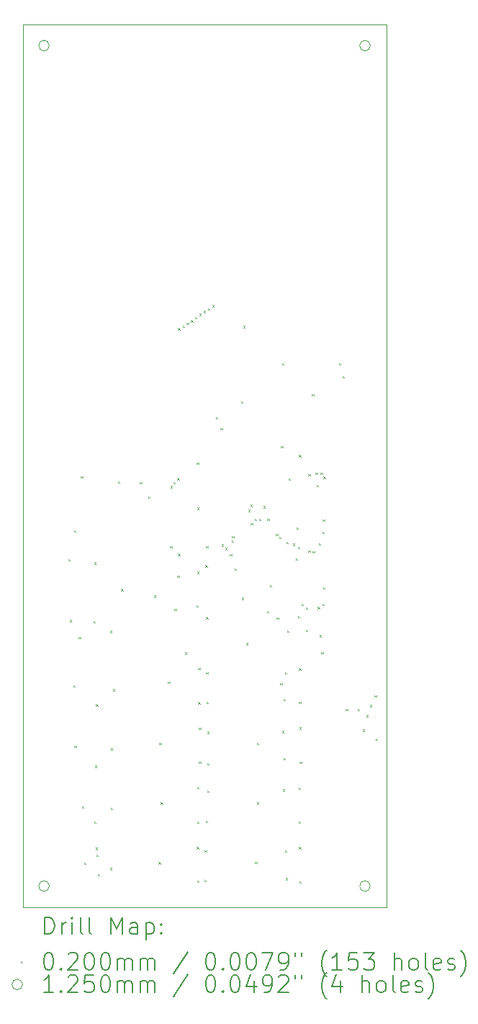
<source format=gbr>
%TF.GenerationSoftware,KiCad,Pcbnew,9.0.2-9.0.2-0~ubuntu25.04.1*%
%TF.CreationDate,2025-05-27T06:33:51+10:00*%
%TF.ProjectId,front_board,66726f6e-745f-4626-9f61-72642e6b6963,rev?*%
%TF.SameCoordinates,Original*%
%TF.FileFunction,Drillmap*%
%TF.FilePolarity,Positive*%
%FSLAX45Y45*%
G04 Gerber Fmt 4.5, Leading zero omitted, Abs format (unit mm)*
G04 Created by KiCad (PCBNEW 9.0.2-9.0.2-0~ubuntu25.04.1) date 2025-05-27 06:33:51*
%MOMM*%
%LPD*%
G01*
G04 APERTURE LIST*
%ADD10C,0.050000*%
%ADD11C,0.200000*%
%ADD12C,0.100000*%
%ADD13C,0.125000*%
G04 APERTURE END LIST*
D10*
X5887500Y-4620000D02*
X10162500Y-4620000D01*
X10162500Y-14995000D01*
X5887500Y-14995000D01*
X5887500Y-4620000D01*
D11*
D12*
X6420000Y-10905000D02*
X6440000Y-10925000D01*
X6440000Y-10905000D02*
X6420000Y-10925000D01*
X6440000Y-11620000D02*
X6460000Y-11640000D01*
X6460000Y-11620000D02*
X6440000Y-11640000D01*
X6480000Y-12385000D02*
X6500000Y-12405000D01*
X6500000Y-12385000D02*
X6480000Y-12405000D01*
X6490000Y-10565000D02*
X6510000Y-10585000D01*
X6510000Y-10565000D02*
X6490000Y-10585000D01*
X6495000Y-13095000D02*
X6515000Y-13115000D01*
X6515000Y-13095000D02*
X6495000Y-13115000D01*
X6545000Y-11815000D02*
X6565000Y-11835000D01*
X6565000Y-11815000D02*
X6545000Y-11835000D01*
X6570000Y-9930000D02*
X6590000Y-9950000D01*
X6590000Y-9930000D02*
X6570000Y-9950000D01*
X6585000Y-13805000D02*
X6605000Y-13825000D01*
X6605000Y-13805000D02*
X6585000Y-13825000D01*
X6610000Y-14470000D02*
X6630000Y-14490000D01*
X6630000Y-14470000D02*
X6610000Y-14490000D01*
X6720000Y-11630000D02*
X6740000Y-11650000D01*
X6740000Y-11630000D02*
X6720000Y-11650000D01*
X6730000Y-10940000D02*
X6750000Y-10960000D01*
X6750000Y-10940000D02*
X6730000Y-10960000D01*
X6730000Y-13985000D02*
X6750000Y-14005000D01*
X6750000Y-13985000D02*
X6730000Y-14005000D01*
X6735000Y-13330000D02*
X6755000Y-13350000D01*
X6755000Y-13330000D02*
X6735000Y-13350000D01*
X6745000Y-14295000D02*
X6765000Y-14315000D01*
X6765000Y-14295000D02*
X6745000Y-14315000D01*
X6750000Y-12610000D02*
X6770000Y-12630000D01*
X6770000Y-12610000D02*
X6750000Y-12630000D01*
X6755000Y-14375000D02*
X6775000Y-14395000D01*
X6775000Y-14375000D02*
X6755000Y-14395000D01*
X6770000Y-14605000D02*
X6790000Y-14625000D01*
X6790000Y-14605000D02*
X6770000Y-14625000D01*
X6915000Y-11745000D02*
X6935000Y-11765000D01*
X6935000Y-11745000D02*
X6915000Y-11765000D01*
X6915000Y-14530000D02*
X6935000Y-14550000D01*
X6935000Y-14530000D02*
X6915000Y-14550000D01*
X6920000Y-13125000D02*
X6940000Y-13145000D01*
X6940000Y-13125000D02*
X6920000Y-13145000D01*
X6920000Y-13825000D02*
X6940000Y-13845000D01*
X6940000Y-13825000D02*
X6920000Y-13845000D01*
X6945000Y-12430000D02*
X6965000Y-12450000D01*
X6965000Y-12430000D02*
X6945000Y-12450000D01*
X7005000Y-9987500D02*
X7025000Y-10007500D01*
X7025000Y-9987500D02*
X7005000Y-10007500D01*
X7045000Y-11255000D02*
X7065000Y-11275000D01*
X7065000Y-11255000D02*
X7045000Y-11275000D01*
X7265002Y-9995000D02*
X7285002Y-10015000D01*
X7285002Y-9995000D02*
X7265002Y-10015000D01*
X7365002Y-10165000D02*
X7385002Y-10185000D01*
X7385002Y-10165000D02*
X7365002Y-10185000D01*
X7430000Y-11330000D02*
X7450000Y-11350000D01*
X7450000Y-11330000D02*
X7430000Y-11350000D01*
X7485000Y-14465000D02*
X7505000Y-14485000D01*
X7505000Y-14465000D02*
X7485000Y-14485000D01*
X7495000Y-13060000D02*
X7515000Y-13080000D01*
X7515000Y-13060000D02*
X7495000Y-13080000D01*
X7510000Y-13760000D02*
X7530000Y-13780000D01*
X7530000Y-13760000D02*
X7510000Y-13780000D01*
X7595000Y-12345000D02*
X7615000Y-12365000D01*
X7615000Y-12345000D02*
X7595000Y-12365000D01*
X7620000Y-10750000D02*
X7640000Y-10770000D01*
X7640000Y-10750000D02*
X7620000Y-10770000D01*
X7625000Y-10045000D02*
X7645000Y-10065000D01*
X7645000Y-10045000D02*
X7625000Y-10065000D01*
X7660000Y-9995000D02*
X7680000Y-10015000D01*
X7680000Y-9995000D02*
X7660000Y-10015000D01*
X7672500Y-11487500D02*
X7692500Y-11507500D01*
X7692500Y-11487500D02*
X7672500Y-11507500D01*
X7705000Y-9950000D02*
X7725000Y-9970000D01*
X7725000Y-9950000D02*
X7705000Y-9970000D01*
X7705000Y-11100000D02*
X7725000Y-11120000D01*
X7725000Y-11100000D02*
X7705000Y-11120000D01*
X7713159Y-8188478D02*
X7733159Y-8208478D01*
X7733159Y-8188478D02*
X7713159Y-8208478D01*
X7715000Y-10840000D02*
X7735000Y-10860000D01*
X7735000Y-10840000D02*
X7715000Y-10860000D01*
X7766643Y-8161284D02*
X7786643Y-8181284D01*
X7786643Y-8161284D02*
X7766643Y-8181284D01*
X7795000Y-12000000D02*
X7815000Y-12020000D01*
X7815000Y-12000000D02*
X7795000Y-12020000D01*
X7814598Y-8125224D02*
X7834598Y-8145224D01*
X7834598Y-8125224D02*
X7814598Y-8145224D01*
X7867000Y-8096000D02*
X7887000Y-8116000D01*
X7887000Y-8096000D02*
X7867000Y-8116000D01*
X7915000Y-8060000D02*
X7935000Y-8080000D01*
X7935000Y-8060000D02*
X7915000Y-8080000D01*
X7931750Y-11445000D02*
X7951750Y-11465000D01*
X7951750Y-11445000D02*
X7931750Y-11465000D01*
X7935000Y-9770000D02*
X7955000Y-9790000D01*
X7955000Y-9770000D02*
X7935000Y-9790000D01*
X7935000Y-14285000D02*
X7955000Y-14305000D01*
X7955000Y-14285000D02*
X7935000Y-14305000D01*
X7937500Y-10297500D02*
X7957500Y-10317500D01*
X7957500Y-10297500D02*
X7937500Y-10317500D01*
X7940000Y-11050000D02*
X7960000Y-11070000D01*
X7960000Y-11050000D02*
X7940000Y-11070000D01*
X7940000Y-13580000D02*
X7960000Y-13600000D01*
X7960000Y-13580000D02*
X7940000Y-13600000D01*
X7940000Y-13985000D02*
X7960000Y-14005000D01*
X7960000Y-13985000D02*
X7940000Y-14005000D01*
X7940000Y-14680000D02*
X7960000Y-14700000D01*
X7960000Y-14680000D02*
X7940000Y-14700000D01*
X7950000Y-12180000D02*
X7970000Y-12200000D01*
X7970000Y-12180000D02*
X7950000Y-12200000D01*
X7950000Y-12585000D02*
X7970000Y-12605000D01*
X7970000Y-12585000D02*
X7950000Y-12605000D01*
X7960000Y-12885000D02*
X7980000Y-12905000D01*
X7980000Y-12885000D02*
X7960000Y-12905000D01*
X7960000Y-13280000D02*
X7980000Y-13300000D01*
X7980000Y-13280000D02*
X7960000Y-13300000D01*
X7963564Y-8019114D02*
X7983564Y-8039114D01*
X7983564Y-8019114D02*
X7963564Y-8039114D01*
X8014120Y-7986800D02*
X8034120Y-8006800D01*
X8034120Y-7986800D02*
X8014120Y-8006800D01*
X8022500Y-14672500D02*
X8042500Y-14692500D01*
X8042500Y-14672500D02*
X8022500Y-14692500D01*
X8027500Y-14325000D02*
X8047500Y-14345000D01*
X8047500Y-14325000D02*
X8027500Y-14345000D01*
X8035000Y-10975000D02*
X8055000Y-10995000D01*
X8055000Y-10975000D02*
X8035000Y-10995000D01*
X8037500Y-13977500D02*
X8057500Y-13997500D01*
X8057500Y-13977500D02*
X8037500Y-13997500D01*
X8042500Y-11585000D02*
X8062500Y-11605000D01*
X8062500Y-11585000D02*
X8042500Y-11605000D01*
X8045000Y-10752500D02*
X8065000Y-10772500D01*
X8065000Y-10752500D02*
X8045000Y-10772500D01*
X8045000Y-12232500D02*
X8065000Y-12252500D01*
X8065000Y-12232500D02*
X8045000Y-12252500D01*
X8050000Y-12577500D02*
X8070000Y-12597500D01*
X8070000Y-12577500D02*
X8050000Y-12597500D01*
X8055000Y-12932500D02*
X8075000Y-12952500D01*
X8075000Y-12932500D02*
X8055000Y-12952500D01*
X8055000Y-13300000D02*
X8075000Y-13320000D01*
X8075000Y-13300000D02*
X8055000Y-13320000D01*
X8055000Y-13620000D02*
X8075000Y-13640000D01*
X8075000Y-13620000D02*
X8055000Y-13640000D01*
X8065000Y-7955000D02*
X8085000Y-7975000D01*
X8085000Y-7955000D02*
X8065000Y-7975000D01*
X8115000Y-7920000D02*
X8135000Y-7940000D01*
X8135000Y-7920000D02*
X8115000Y-7940000D01*
X8160000Y-9235000D02*
X8180000Y-9255000D01*
X8180000Y-9235000D02*
X8160000Y-9255000D01*
X8214645Y-9360355D02*
X8234645Y-9380355D01*
X8234645Y-9360355D02*
X8214645Y-9380355D01*
X8225000Y-10729900D02*
X8245000Y-10749900D01*
X8245000Y-10729900D02*
X8225000Y-10749900D01*
X8269637Y-10770800D02*
X8289637Y-10790800D01*
X8289637Y-10770800D02*
X8269637Y-10790800D01*
X8324698Y-10844699D02*
X8344698Y-10864699D01*
X8344698Y-10844699D02*
X8324698Y-10864699D01*
X8345000Y-10685000D02*
X8365000Y-10705000D01*
X8365000Y-10685000D02*
X8345000Y-10705000D01*
X8350000Y-10630000D02*
X8370000Y-10650000D01*
X8370000Y-10630000D02*
X8350000Y-10650000D01*
X8380000Y-11015000D02*
X8400000Y-11035000D01*
X8400000Y-11015000D02*
X8380000Y-11035000D01*
X8452500Y-9047500D02*
X8472500Y-9067500D01*
X8472500Y-9047500D02*
X8452500Y-9067500D01*
X8465000Y-11355000D02*
X8485000Y-11375000D01*
X8485000Y-11355000D02*
X8465000Y-11375000D01*
X8477500Y-8165000D02*
X8497500Y-8185000D01*
X8497500Y-8165000D02*
X8477500Y-8185000D01*
X8515000Y-11890000D02*
X8535000Y-11910000D01*
X8535000Y-11890000D02*
X8515000Y-11910000D01*
X8537500Y-10322500D02*
X8557500Y-10342500D01*
X8557500Y-10322500D02*
X8537500Y-10342500D01*
X8565000Y-10265000D02*
X8585000Y-10285000D01*
X8585000Y-10265000D02*
X8565000Y-10285000D01*
X8570000Y-10480000D02*
X8590000Y-10500000D01*
X8590000Y-10480000D02*
X8570000Y-10500000D01*
X8613000Y-10427000D02*
X8633000Y-10447000D01*
X8633000Y-10427000D02*
X8613000Y-10447000D01*
X8620000Y-14460000D02*
X8640000Y-14480000D01*
X8640000Y-14460000D02*
X8620000Y-14480000D01*
X8640000Y-13060000D02*
X8660000Y-13080000D01*
X8660000Y-13060000D02*
X8640000Y-13080000D01*
X8640000Y-13760000D02*
X8660000Y-13780000D01*
X8660000Y-13760000D02*
X8640000Y-13780000D01*
X8665000Y-10427000D02*
X8685000Y-10447000D01*
X8685000Y-10427000D02*
X8665000Y-10447000D01*
X8715000Y-10280000D02*
X8735000Y-10300000D01*
X8735000Y-10280000D02*
X8715000Y-10300000D01*
X8760000Y-11515000D02*
X8780000Y-11535000D01*
X8780000Y-11515000D02*
X8760000Y-11535000D01*
X8765002Y-10427000D02*
X8785002Y-10447000D01*
X8785002Y-10427000D02*
X8765002Y-10447000D01*
X8795000Y-11210000D02*
X8815000Y-11230000D01*
X8815000Y-11210000D02*
X8795000Y-11230000D01*
X8865000Y-10605000D02*
X8885000Y-10625000D01*
X8885000Y-10605000D02*
X8865000Y-10625000D01*
X8875000Y-11590000D02*
X8895000Y-11610000D01*
X8895000Y-11590000D02*
X8875000Y-11610000D01*
X8905000Y-10640000D02*
X8925000Y-10660000D01*
X8925000Y-10640000D02*
X8905000Y-10660000D01*
X8915000Y-12360000D02*
X8935000Y-12380000D01*
X8935000Y-12360000D02*
X8915000Y-12380000D01*
X8925000Y-9575000D02*
X8945000Y-9595000D01*
X8945000Y-9575000D02*
X8925000Y-9595000D01*
X8937500Y-8602500D02*
X8957500Y-8622500D01*
X8957500Y-8602500D02*
X8937500Y-8622500D01*
X8937500Y-12922500D02*
X8957500Y-12942500D01*
X8957500Y-12922500D02*
X8937500Y-12942500D01*
X8947500Y-13607500D02*
X8967500Y-13627500D01*
X8967500Y-13607500D02*
X8947500Y-13627500D01*
X8952500Y-12547500D02*
X8972500Y-12567500D01*
X8972500Y-12547500D02*
X8952500Y-12567500D01*
X8955000Y-13237500D02*
X8975000Y-13257500D01*
X8975000Y-13237500D02*
X8955000Y-13257500D01*
X8970000Y-14325000D02*
X8990000Y-14345000D01*
X8990000Y-14325000D02*
X8970000Y-14345000D01*
X8972500Y-12230000D02*
X8992500Y-12250000D01*
X8992500Y-12230000D02*
X8972500Y-12250000D01*
X8977500Y-14650000D02*
X8997500Y-14670000D01*
X8997500Y-14650000D02*
X8977500Y-14670000D01*
X8990000Y-10700000D02*
X9010000Y-10720000D01*
X9010000Y-10700000D02*
X8990000Y-10720000D01*
X8995000Y-11740000D02*
X9015000Y-11760000D01*
X9015000Y-11740000D02*
X8995000Y-11760000D01*
X9015000Y-9955000D02*
X9035000Y-9975000D01*
X9035000Y-9955000D02*
X9015000Y-9975000D01*
X9065231Y-10720231D02*
X9085231Y-10740231D01*
X9085231Y-10720231D02*
X9065231Y-10740231D01*
X9096397Y-10893000D02*
X9116397Y-10913000D01*
X9116397Y-10893000D02*
X9096397Y-10913000D01*
X9105000Y-10530000D02*
X9125000Y-10550000D01*
X9125000Y-10530000D02*
X9105000Y-10550000D01*
X9125000Y-10758000D02*
X9145000Y-10778000D01*
X9145000Y-10758000D02*
X9125000Y-10778000D01*
X9125000Y-11570000D02*
X9145000Y-11590000D01*
X9145000Y-11570000D02*
X9125000Y-11590000D01*
X9130000Y-13585000D02*
X9150000Y-13605000D01*
X9150000Y-13585000D02*
X9130000Y-13605000D01*
X9130000Y-13985000D02*
X9150000Y-14005000D01*
X9150000Y-13985000D02*
X9130000Y-14005000D01*
X9135000Y-12185000D02*
X9155000Y-12205000D01*
X9155000Y-12185000D02*
X9135000Y-12205000D01*
X9135000Y-12580000D02*
X9155000Y-12600000D01*
X9155000Y-12580000D02*
X9135000Y-12600000D01*
X9135000Y-14285000D02*
X9155000Y-14305000D01*
X9155000Y-14285000D02*
X9135000Y-14305000D01*
X9137500Y-9680000D02*
X9157500Y-9700000D01*
X9157500Y-9680000D02*
X9137500Y-9700000D01*
X9140000Y-12880000D02*
X9160000Y-12900000D01*
X9160000Y-12880000D02*
X9140000Y-12900000D01*
X9140000Y-14690000D02*
X9160000Y-14710000D01*
X9160000Y-14690000D02*
X9140000Y-14710000D01*
X9145000Y-13285000D02*
X9165000Y-13305000D01*
X9165000Y-13285000D02*
X9145000Y-13305000D01*
X9165000Y-11427000D02*
X9185000Y-11447000D01*
X9185000Y-11427000D02*
X9165000Y-11447000D01*
X9215000Y-11471400D02*
X9235000Y-11491400D01*
X9235000Y-11471400D02*
X9215000Y-11491400D01*
X9215000Y-11735000D02*
X9235000Y-11755000D01*
X9235000Y-11735000D02*
X9215000Y-11755000D01*
X9245000Y-9905000D02*
X9265000Y-9925000D01*
X9265000Y-9905000D02*
X9245000Y-9925000D01*
X9245000Y-10800000D02*
X9265000Y-10820000D01*
X9265000Y-10800000D02*
X9245000Y-10820000D01*
X9287500Y-8962500D02*
X9307500Y-8982500D01*
X9307500Y-8962500D02*
X9287500Y-8982500D01*
X9295959Y-10810356D02*
X9315959Y-10830356D01*
X9315959Y-10810356D02*
X9295959Y-10830356D01*
X9330000Y-9885000D02*
X9350000Y-9905000D01*
X9350000Y-9885000D02*
X9330000Y-9905000D01*
X9345000Y-10030000D02*
X9365000Y-10050000D01*
X9365000Y-10030000D02*
X9345000Y-10050000D01*
X9355000Y-11465000D02*
X9375000Y-11485000D01*
X9375000Y-11465000D02*
X9355000Y-11485000D01*
X9370000Y-10715000D02*
X9390000Y-10735000D01*
X9390000Y-10715000D02*
X9370000Y-10735000D01*
X9375000Y-11795000D02*
X9395000Y-11815000D01*
X9395000Y-11795000D02*
X9375000Y-11815000D01*
X9390000Y-9885000D02*
X9410000Y-9905000D01*
X9410000Y-9885000D02*
X9390000Y-9905000D01*
X9400000Y-11995000D02*
X9420000Y-12015000D01*
X9420000Y-11995000D02*
X9400000Y-12015000D01*
X9410000Y-10580000D02*
X9430000Y-10600000D01*
X9430000Y-10580000D02*
X9410000Y-10600000D01*
X9410000Y-11430000D02*
X9430000Y-11450000D01*
X9430000Y-11430000D02*
X9410000Y-11450000D01*
X9415000Y-10435000D02*
X9435000Y-10455000D01*
X9435000Y-10435000D02*
X9415000Y-10455000D01*
X9420000Y-11232000D02*
X9440000Y-11252000D01*
X9440000Y-11232000D02*
X9420000Y-11252000D01*
X9425000Y-9935000D02*
X9445000Y-9955000D01*
X9445000Y-9935000D02*
X9425000Y-9955000D01*
X9605000Y-8600000D02*
X9625000Y-8620000D01*
X9625000Y-8600000D02*
X9605000Y-8620000D01*
X9647500Y-8752500D02*
X9667500Y-8772500D01*
X9667500Y-8752500D02*
X9647500Y-8772500D01*
X9685000Y-12665000D02*
X9705000Y-12685000D01*
X9705000Y-12665000D02*
X9685000Y-12685000D01*
X9825000Y-12665000D02*
X9845000Y-12685000D01*
X9845000Y-12665000D02*
X9825000Y-12685000D01*
X9885000Y-12905000D02*
X9905000Y-12925000D01*
X9905000Y-12905000D02*
X9885000Y-12925000D01*
X9930000Y-12735000D02*
X9950000Y-12755000D01*
X9950000Y-12735000D02*
X9930000Y-12755000D01*
X9972000Y-12616466D02*
X9992000Y-12636466D01*
X9992000Y-12616466D02*
X9972000Y-12636466D01*
X10025000Y-12505000D02*
X10045000Y-12525000D01*
X10045000Y-12505000D02*
X10025000Y-12525000D01*
X10040000Y-13010000D02*
X10060000Y-13030000D01*
X10060000Y-13010000D02*
X10040000Y-13030000D01*
D13*
X6200000Y-14744962D02*
G75*
G02*
X6075000Y-14744962I-62500J0D01*
G01*
X6075000Y-14744962D02*
G75*
G02*
X6200000Y-14744962I62500J0D01*
G01*
X6200038Y-4870000D02*
G75*
G02*
X6075038Y-4870000I-62500J0D01*
G01*
X6075038Y-4870000D02*
G75*
G02*
X6200038Y-4870000I62500J0D01*
G01*
X9974962Y-14745000D02*
G75*
G02*
X9849962Y-14745000I-62500J0D01*
G01*
X9849962Y-14745000D02*
G75*
G02*
X9974962Y-14745000I62500J0D01*
G01*
X9975000Y-4870038D02*
G75*
G02*
X9850000Y-4870038I-62500J0D01*
G01*
X9850000Y-4870038D02*
G75*
G02*
X9975000Y-4870038I62500J0D01*
G01*
D11*
X6145777Y-15308984D02*
X6145777Y-15108984D01*
X6145777Y-15108984D02*
X6193396Y-15108984D01*
X6193396Y-15108984D02*
X6221967Y-15118508D01*
X6221967Y-15118508D02*
X6241015Y-15137555D01*
X6241015Y-15137555D02*
X6250539Y-15156603D01*
X6250539Y-15156603D02*
X6260062Y-15194698D01*
X6260062Y-15194698D02*
X6260062Y-15223269D01*
X6260062Y-15223269D02*
X6250539Y-15261365D01*
X6250539Y-15261365D02*
X6241015Y-15280412D01*
X6241015Y-15280412D02*
X6221967Y-15299460D01*
X6221967Y-15299460D02*
X6193396Y-15308984D01*
X6193396Y-15308984D02*
X6145777Y-15308984D01*
X6345777Y-15308984D02*
X6345777Y-15175650D01*
X6345777Y-15213746D02*
X6355301Y-15194698D01*
X6355301Y-15194698D02*
X6364824Y-15185174D01*
X6364824Y-15185174D02*
X6383872Y-15175650D01*
X6383872Y-15175650D02*
X6402920Y-15175650D01*
X6469586Y-15308984D02*
X6469586Y-15175650D01*
X6469586Y-15108984D02*
X6460062Y-15118508D01*
X6460062Y-15118508D02*
X6469586Y-15128031D01*
X6469586Y-15128031D02*
X6479110Y-15118508D01*
X6479110Y-15118508D02*
X6469586Y-15108984D01*
X6469586Y-15108984D02*
X6469586Y-15128031D01*
X6593396Y-15308984D02*
X6574348Y-15299460D01*
X6574348Y-15299460D02*
X6564824Y-15280412D01*
X6564824Y-15280412D02*
X6564824Y-15108984D01*
X6698158Y-15308984D02*
X6679110Y-15299460D01*
X6679110Y-15299460D02*
X6669586Y-15280412D01*
X6669586Y-15280412D02*
X6669586Y-15108984D01*
X6926729Y-15308984D02*
X6926729Y-15108984D01*
X6926729Y-15108984D02*
X6993396Y-15251841D01*
X6993396Y-15251841D02*
X7060062Y-15108984D01*
X7060062Y-15108984D02*
X7060062Y-15308984D01*
X7241015Y-15308984D02*
X7241015Y-15204222D01*
X7241015Y-15204222D02*
X7231491Y-15185174D01*
X7231491Y-15185174D02*
X7212443Y-15175650D01*
X7212443Y-15175650D02*
X7174348Y-15175650D01*
X7174348Y-15175650D02*
X7155301Y-15185174D01*
X7241015Y-15299460D02*
X7221967Y-15308984D01*
X7221967Y-15308984D02*
X7174348Y-15308984D01*
X7174348Y-15308984D02*
X7155301Y-15299460D01*
X7155301Y-15299460D02*
X7145777Y-15280412D01*
X7145777Y-15280412D02*
X7145777Y-15261365D01*
X7145777Y-15261365D02*
X7155301Y-15242317D01*
X7155301Y-15242317D02*
X7174348Y-15232793D01*
X7174348Y-15232793D02*
X7221967Y-15232793D01*
X7221967Y-15232793D02*
X7241015Y-15223269D01*
X7336253Y-15175650D02*
X7336253Y-15375650D01*
X7336253Y-15185174D02*
X7355301Y-15175650D01*
X7355301Y-15175650D02*
X7393396Y-15175650D01*
X7393396Y-15175650D02*
X7412443Y-15185174D01*
X7412443Y-15185174D02*
X7421967Y-15194698D01*
X7421967Y-15194698D02*
X7431491Y-15213746D01*
X7431491Y-15213746D02*
X7431491Y-15270888D01*
X7431491Y-15270888D02*
X7421967Y-15289936D01*
X7421967Y-15289936D02*
X7412443Y-15299460D01*
X7412443Y-15299460D02*
X7393396Y-15308984D01*
X7393396Y-15308984D02*
X7355301Y-15308984D01*
X7355301Y-15308984D02*
X7336253Y-15299460D01*
X7517205Y-15289936D02*
X7526729Y-15299460D01*
X7526729Y-15299460D02*
X7517205Y-15308984D01*
X7517205Y-15308984D02*
X7507682Y-15299460D01*
X7507682Y-15299460D02*
X7517205Y-15289936D01*
X7517205Y-15289936D02*
X7517205Y-15308984D01*
X7517205Y-15185174D02*
X7526729Y-15194698D01*
X7526729Y-15194698D02*
X7517205Y-15204222D01*
X7517205Y-15204222D02*
X7507682Y-15194698D01*
X7507682Y-15194698D02*
X7517205Y-15185174D01*
X7517205Y-15185174D02*
X7517205Y-15204222D01*
D12*
X5865000Y-15627500D02*
X5885000Y-15647500D01*
X5885000Y-15627500D02*
X5865000Y-15647500D01*
D11*
X6183872Y-15528984D02*
X6202920Y-15528984D01*
X6202920Y-15528984D02*
X6221967Y-15538508D01*
X6221967Y-15538508D02*
X6231491Y-15548031D01*
X6231491Y-15548031D02*
X6241015Y-15567079D01*
X6241015Y-15567079D02*
X6250539Y-15605174D01*
X6250539Y-15605174D02*
X6250539Y-15652793D01*
X6250539Y-15652793D02*
X6241015Y-15690888D01*
X6241015Y-15690888D02*
X6231491Y-15709936D01*
X6231491Y-15709936D02*
X6221967Y-15719460D01*
X6221967Y-15719460D02*
X6202920Y-15728984D01*
X6202920Y-15728984D02*
X6183872Y-15728984D01*
X6183872Y-15728984D02*
X6164824Y-15719460D01*
X6164824Y-15719460D02*
X6155301Y-15709936D01*
X6155301Y-15709936D02*
X6145777Y-15690888D01*
X6145777Y-15690888D02*
X6136253Y-15652793D01*
X6136253Y-15652793D02*
X6136253Y-15605174D01*
X6136253Y-15605174D02*
X6145777Y-15567079D01*
X6145777Y-15567079D02*
X6155301Y-15548031D01*
X6155301Y-15548031D02*
X6164824Y-15538508D01*
X6164824Y-15538508D02*
X6183872Y-15528984D01*
X6336253Y-15709936D02*
X6345777Y-15719460D01*
X6345777Y-15719460D02*
X6336253Y-15728984D01*
X6336253Y-15728984D02*
X6326729Y-15719460D01*
X6326729Y-15719460D02*
X6336253Y-15709936D01*
X6336253Y-15709936D02*
X6336253Y-15728984D01*
X6421967Y-15548031D02*
X6431491Y-15538508D01*
X6431491Y-15538508D02*
X6450539Y-15528984D01*
X6450539Y-15528984D02*
X6498158Y-15528984D01*
X6498158Y-15528984D02*
X6517205Y-15538508D01*
X6517205Y-15538508D02*
X6526729Y-15548031D01*
X6526729Y-15548031D02*
X6536253Y-15567079D01*
X6536253Y-15567079D02*
X6536253Y-15586127D01*
X6536253Y-15586127D02*
X6526729Y-15614698D01*
X6526729Y-15614698D02*
X6412443Y-15728984D01*
X6412443Y-15728984D02*
X6536253Y-15728984D01*
X6660062Y-15528984D02*
X6679110Y-15528984D01*
X6679110Y-15528984D02*
X6698158Y-15538508D01*
X6698158Y-15538508D02*
X6707682Y-15548031D01*
X6707682Y-15548031D02*
X6717205Y-15567079D01*
X6717205Y-15567079D02*
X6726729Y-15605174D01*
X6726729Y-15605174D02*
X6726729Y-15652793D01*
X6726729Y-15652793D02*
X6717205Y-15690888D01*
X6717205Y-15690888D02*
X6707682Y-15709936D01*
X6707682Y-15709936D02*
X6698158Y-15719460D01*
X6698158Y-15719460D02*
X6679110Y-15728984D01*
X6679110Y-15728984D02*
X6660062Y-15728984D01*
X6660062Y-15728984D02*
X6641015Y-15719460D01*
X6641015Y-15719460D02*
X6631491Y-15709936D01*
X6631491Y-15709936D02*
X6621967Y-15690888D01*
X6621967Y-15690888D02*
X6612443Y-15652793D01*
X6612443Y-15652793D02*
X6612443Y-15605174D01*
X6612443Y-15605174D02*
X6621967Y-15567079D01*
X6621967Y-15567079D02*
X6631491Y-15548031D01*
X6631491Y-15548031D02*
X6641015Y-15538508D01*
X6641015Y-15538508D02*
X6660062Y-15528984D01*
X6850539Y-15528984D02*
X6869586Y-15528984D01*
X6869586Y-15528984D02*
X6888634Y-15538508D01*
X6888634Y-15538508D02*
X6898158Y-15548031D01*
X6898158Y-15548031D02*
X6907682Y-15567079D01*
X6907682Y-15567079D02*
X6917205Y-15605174D01*
X6917205Y-15605174D02*
X6917205Y-15652793D01*
X6917205Y-15652793D02*
X6907682Y-15690888D01*
X6907682Y-15690888D02*
X6898158Y-15709936D01*
X6898158Y-15709936D02*
X6888634Y-15719460D01*
X6888634Y-15719460D02*
X6869586Y-15728984D01*
X6869586Y-15728984D02*
X6850539Y-15728984D01*
X6850539Y-15728984D02*
X6831491Y-15719460D01*
X6831491Y-15719460D02*
X6821967Y-15709936D01*
X6821967Y-15709936D02*
X6812443Y-15690888D01*
X6812443Y-15690888D02*
X6802920Y-15652793D01*
X6802920Y-15652793D02*
X6802920Y-15605174D01*
X6802920Y-15605174D02*
X6812443Y-15567079D01*
X6812443Y-15567079D02*
X6821967Y-15548031D01*
X6821967Y-15548031D02*
X6831491Y-15538508D01*
X6831491Y-15538508D02*
X6850539Y-15528984D01*
X7002920Y-15728984D02*
X7002920Y-15595650D01*
X7002920Y-15614698D02*
X7012443Y-15605174D01*
X7012443Y-15605174D02*
X7031491Y-15595650D01*
X7031491Y-15595650D02*
X7060063Y-15595650D01*
X7060063Y-15595650D02*
X7079110Y-15605174D01*
X7079110Y-15605174D02*
X7088634Y-15624222D01*
X7088634Y-15624222D02*
X7088634Y-15728984D01*
X7088634Y-15624222D02*
X7098158Y-15605174D01*
X7098158Y-15605174D02*
X7117205Y-15595650D01*
X7117205Y-15595650D02*
X7145777Y-15595650D01*
X7145777Y-15595650D02*
X7164824Y-15605174D01*
X7164824Y-15605174D02*
X7174348Y-15624222D01*
X7174348Y-15624222D02*
X7174348Y-15728984D01*
X7269586Y-15728984D02*
X7269586Y-15595650D01*
X7269586Y-15614698D02*
X7279110Y-15605174D01*
X7279110Y-15605174D02*
X7298158Y-15595650D01*
X7298158Y-15595650D02*
X7326729Y-15595650D01*
X7326729Y-15595650D02*
X7345777Y-15605174D01*
X7345777Y-15605174D02*
X7355301Y-15624222D01*
X7355301Y-15624222D02*
X7355301Y-15728984D01*
X7355301Y-15624222D02*
X7364824Y-15605174D01*
X7364824Y-15605174D02*
X7383872Y-15595650D01*
X7383872Y-15595650D02*
X7412443Y-15595650D01*
X7412443Y-15595650D02*
X7431491Y-15605174D01*
X7431491Y-15605174D02*
X7441015Y-15624222D01*
X7441015Y-15624222D02*
X7441015Y-15728984D01*
X7831491Y-15519460D02*
X7660063Y-15776603D01*
X8088634Y-15528984D02*
X8107682Y-15528984D01*
X8107682Y-15528984D02*
X8126729Y-15538508D01*
X8126729Y-15538508D02*
X8136253Y-15548031D01*
X8136253Y-15548031D02*
X8145777Y-15567079D01*
X8145777Y-15567079D02*
X8155301Y-15605174D01*
X8155301Y-15605174D02*
X8155301Y-15652793D01*
X8155301Y-15652793D02*
X8145777Y-15690888D01*
X8145777Y-15690888D02*
X8136253Y-15709936D01*
X8136253Y-15709936D02*
X8126729Y-15719460D01*
X8126729Y-15719460D02*
X8107682Y-15728984D01*
X8107682Y-15728984D02*
X8088634Y-15728984D01*
X8088634Y-15728984D02*
X8069586Y-15719460D01*
X8069586Y-15719460D02*
X8060063Y-15709936D01*
X8060063Y-15709936D02*
X8050539Y-15690888D01*
X8050539Y-15690888D02*
X8041015Y-15652793D01*
X8041015Y-15652793D02*
X8041015Y-15605174D01*
X8041015Y-15605174D02*
X8050539Y-15567079D01*
X8050539Y-15567079D02*
X8060063Y-15548031D01*
X8060063Y-15548031D02*
X8069586Y-15538508D01*
X8069586Y-15538508D02*
X8088634Y-15528984D01*
X8241015Y-15709936D02*
X8250539Y-15719460D01*
X8250539Y-15719460D02*
X8241015Y-15728984D01*
X8241015Y-15728984D02*
X8231491Y-15719460D01*
X8231491Y-15719460D02*
X8241015Y-15709936D01*
X8241015Y-15709936D02*
X8241015Y-15728984D01*
X8374348Y-15528984D02*
X8393396Y-15528984D01*
X8393396Y-15528984D02*
X8412444Y-15538508D01*
X8412444Y-15538508D02*
X8421968Y-15548031D01*
X8421968Y-15548031D02*
X8431491Y-15567079D01*
X8431491Y-15567079D02*
X8441015Y-15605174D01*
X8441015Y-15605174D02*
X8441015Y-15652793D01*
X8441015Y-15652793D02*
X8431491Y-15690888D01*
X8431491Y-15690888D02*
X8421968Y-15709936D01*
X8421968Y-15709936D02*
X8412444Y-15719460D01*
X8412444Y-15719460D02*
X8393396Y-15728984D01*
X8393396Y-15728984D02*
X8374348Y-15728984D01*
X8374348Y-15728984D02*
X8355301Y-15719460D01*
X8355301Y-15719460D02*
X8345777Y-15709936D01*
X8345777Y-15709936D02*
X8336253Y-15690888D01*
X8336253Y-15690888D02*
X8326729Y-15652793D01*
X8326729Y-15652793D02*
X8326729Y-15605174D01*
X8326729Y-15605174D02*
X8336253Y-15567079D01*
X8336253Y-15567079D02*
X8345777Y-15548031D01*
X8345777Y-15548031D02*
X8355301Y-15538508D01*
X8355301Y-15538508D02*
X8374348Y-15528984D01*
X8564825Y-15528984D02*
X8583872Y-15528984D01*
X8583872Y-15528984D02*
X8602920Y-15538508D01*
X8602920Y-15538508D02*
X8612444Y-15548031D01*
X8612444Y-15548031D02*
X8621968Y-15567079D01*
X8621968Y-15567079D02*
X8631491Y-15605174D01*
X8631491Y-15605174D02*
X8631491Y-15652793D01*
X8631491Y-15652793D02*
X8621968Y-15690888D01*
X8621968Y-15690888D02*
X8612444Y-15709936D01*
X8612444Y-15709936D02*
X8602920Y-15719460D01*
X8602920Y-15719460D02*
X8583872Y-15728984D01*
X8583872Y-15728984D02*
X8564825Y-15728984D01*
X8564825Y-15728984D02*
X8545777Y-15719460D01*
X8545777Y-15719460D02*
X8536253Y-15709936D01*
X8536253Y-15709936D02*
X8526729Y-15690888D01*
X8526729Y-15690888D02*
X8517206Y-15652793D01*
X8517206Y-15652793D02*
X8517206Y-15605174D01*
X8517206Y-15605174D02*
X8526729Y-15567079D01*
X8526729Y-15567079D02*
X8536253Y-15548031D01*
X8536253Y-15548031D02*
X8545777Y-15538508D01*
X8545777Y-15538508D02*
X8564825Y-15528984D01*
X8698158Y-15528984D02*
X8831491Y-15528984D01*
X8831491Y-15528984D02*
X8745777Y-15728984D01*
X8917206Y-15728984D02*
X8955301Y-15728984D01*
X8955301Y-15728984D02*
X8974349Y-15719460D01*
X8974349Y-15719460D02*
X8983872Y-15709936D01*
X8983872Y-15709936D02*
X9002920Y-15681365D01*
X9002920Y-15681365D02*
X9012444Y-15643269D01*
X9012444Y-15643269D02*
X9012444Y-15567079D01*
X9012444Y-15567079D02*
X9002920Y-15548031D01*
X9002920Y-15548031D02*
X8993396Y-15538508D01*
X8993396Y-15538508D02*
X8974349Y-15528984D01*
X8974349Y-15528984D02*
X8936253Y-15528984D01*
X8936253Y-15528984D02*
X8917206Y-15538508D01*
X8917206Y-15538508D02*
X8907682Y-15548031D01*
X8907682Y-15548031D02*
X8898158Y-15567079D01*
X8898158Y-15567079D02*
X8898158Y-15614698D01*
X8898158Y-15614698D02*
X8907682Y-15633746D01*
X8907682Y-15633746D02*
X8917206Y-15643269D01*
X8917206Y-15643269D02*
X8936253Y-15652793D01*
X8936253Y-15652793D02*
X8974349Y-15652793D01*
X8974349Y-15652793D02*
X8993396Y-15643269D01*
X8993396Y-15643269D02*
X9002920Y-15633746D01*
X9002920Y-15633746D02*
X9012444Y-15614698D01*
X9088634Y-15528984D02*
X9088634Y-15567079D01*
X9164825Y-15528984D02*
X9164825Y-15567079D01*
X9460063Y-15805174D02*
X9450539Y-15795650D01*
X9450539Y-15795650D02*
X9431491Y-15767079D01*
X9431491Y-15767079D02*
X9421968Y-15748031D01*
X9421968Y-15748031D02*
X9412444Y-15719460D01*
X9412444Y-15719460D02*
X9402920Y-15671841D01*
X9402920Y-15671841D02*
X9402920Y-15633746D01*
X9402920Y-15633746D02*
X9412444Y-15586127D01*
X9412444Y-15586127D02*
X9421968Y-15557555D01*
X9421968Y-15557555D02*
X9431491Y-15538508D01*
X9431491Y-15538508D02*
X9450539Y-15509936D01*
X9450539Y-15509936D02*
X9460063Y-15500412D01*
X9641015Y-15728984D02*
X9526730Y-15728984D01*
X9583872Y-15728984D02*
X9583872Y-15528984D01*
X9583872Y-15528984D02*
X9564825Y-15557555D01*
X9564825Y-15557555D02*
X9545777Y-15576603D01*
X9545777Y-15576603D02*
X9526730Y-15586127D01*
X9821968Y-15528984D02*
X9726730Y-15528984D01*
X9726730Y-15528984D02*
X9717206Y-15624222D01*
X9717206Y-15624222D02*
X9726730Y-15614698D01*
X9726730Y-15614698D02*
X9745777Y-15605174D01*
X9745777Y-15605174D02*
X9793396Y-15605174D01*
X9793396Y-15605174D02*
X9812444Y-15614698D01*
X9812444Y-15614698D02*
X9821968Y-15624222D01*
X9821968Y-15624222D02*
X9831491Y-15643269D01*
X9831491Y-15643269D02*
X9831491Y-15690888D01*
X9831491Y-15690888D02*
X9821968Y-15709936D01*
X9821968Y-15709936D02*
X9812444Y-15719460D01*
X9812444Y-15719460D02*
X9793396Y-15728984D01*
X9793396Y-15728984D02*
X9745777Y-15728984D01*
X9745777Y-15728984D02*
X9726730Y-15719460D01*
X9726730Y-15719460D02*
X9717206Y-15709936D01*
X9898158Y-15528984D02*
X10021968Y-15528984D01*
X10021968Y-15528984D02*
X9955301Y-15605174D01*
X9955301Y-15605174D02*
X9983872Y-15605174D01*
X9983872Y-15605174D02*
X10002920Y-15614698D01*
X10002920Y-15614698D02*
X10012444Y-15624222D01*
X10012444Y-15624222D02*
X10021968Y-15643269D01*
X10021968Y-15643269D02*
X10021968Y-15690888D01*
X10021968Y-15690888D02*
X10012444Y-15709936D01*
X10012444Y-15709936D02*
X10002920Y-15719460D01*
X10002920Y-15719460D02*
X9983872Y-15728984D01*
X9983872Y-15728984D02*
X9926730Y-15728984D01*
X9926730Y-15728984D02*
X9907682Y-15719460D01*
X9907682Y-15719460D02*
X9898158Y-15709936D01*
X10260063Y-15728984D02*
X10260063Y-15528984D01*
X10345777Y-15728984D02*
X10345777Y-15624222D01*
X10345777Y-15624222D02*
X10336253Y-15605174D01*
X10336253Y-15605174D02*
X10317206Y-15595650D01*
X10317206Y-15595650D02*
X10288634Y-15595650D01*
X10288634Y-15595650D02*
X10269587Y-15605174D01*
X10269587Y-15605174D02*
X10260063Y-15614698D01*
X10469587Y-15728984D02*
X10450539Y-15719460D01*
X10450539Y-15719460D02*
X10441015Y-15709936D01*
X10441015Y-15709936D02*
X10431492Y-15690888D01*
X10431492Y-15690888D02*
X10431492Y-15633746D01*
X10431492Y-15633746D02*
X10441015Y-15614698D01*
X10441015Y-15614698D02*
X10450539Y-15605174D01*
X10450539Y-15605174D02*
X10469587Y-15595650D01*
X10469587Y-15595650D02*
X10498158Y-15595650D01*
X10498158Y-15595650D02*
X10517206Y-15605174D01*
X10517206Y-15605174D02*
X10526730Y-15614698D01*
X10526730Y-15614698D02*
X10536253Y-15633746D01*
X10536253Y-15633746D02*
X10536253Y-15690888D01*
X10536253Y-15690888D02*
X10526730Y-15709936D01*
X10526730Y-15709936D02*
X10517206Y-15719460D01*
X10517206Y-15719460D02*
X10498158Y-15728984D01*
X10498158Y-15728984D02*
X10469587Y-15728984D01*
X10650539Y-15728984D02*
X10631492Y-15719460D01*
X10631492Y-15719460D02*
X10621968Y-15700412D01*
X10621968Y-15700412D02*
X10621968Y-15528984D01*
X10802920Y-15719460D02*
X10783873Y-15728984D01*
X10783873Y-15728984D02*
X10745777Y-15728984D01*
X10745777Y-15728984D02*
X10726730Y-15719460D01*
X10726730Y-15719460D02*
X10717206Y-15700412D01*
X10717206Y-15700412D02*
X10717206Y-15624222D01*
X10717206Y-15624222D02*
X10726730Y-15605174D01*
X10726730Y-15605174D02*
X10745777Y-15595650D01*
X10745777Y-15595650D02*
X10783873Y-15595650D01*
X10783873Y-15595650D02*
X10802920Y-15605174D01*
X10802920Y-15605174D02*
X10812444Y-15624222D01*
X10812444Y-15624222D02*
X10812444Y-15643269D01*
X10812444Y-15643269D02*
X10717206Y-15662317D01*
X10888634Y-15719460D02*
X10907682Y-15728984D01*
X10907682Y-15728984D02*
X10945777Y-15728984D01*
X10945777Y-15728984D02*
X10964825Y-15719460D01*
X10964825Y-15719460D02*
X10974349Y-15700412D01*
X10974349Y-15700412D02*
X10974349Y-15690888D01*
X10974349Y-15690888D02*
X10964825Y-15671841D01*
X10964825Y-15671841D02*
X10945777Y-15662317D01*
X10945777Y-15662317D02*
X10917206Y-15662317D01*
X10917206Y-15662317D02*
X10898158Y-15652793D01*
X10898158Y-15652793D02*
X10888634Y-15633746D01*
X10888634Y-15633746D02*
X10888634Y-15624222D01*
X10888634Y-15624222D02*
X10898158Y-15605174D01*
X10898158Y-15605174D02*
X10917206Y-15595650D01*
X10917206Y-15595650D02*
X10945777Y-15595650D01*
X10945777Y-15595650D02*
X10964825Y-15605174D01*
X11041015Y-15805174D02*
X11050539Y-15795650D01*
X11050539Y-15795650D02*
X11069587Y-15767079D01*
X11069587Y-15767079D02*
X11079111Y-15748031D01*
X11079111Y-15748031D02*
X11088634Y-15719460D01*
X11088634Y-15719460D02*
X11098158Y-15671841D01*
X11098158Y-15671841D02*
X11098158Y-15633746D01*
X11098158Y-15633746D02*
X11088634Y-15586127D01*
X11088634Y-15586127D02*
X11079111Y-15557555D01*
X11079111Y-15557555D02*
X11069587Y-15538508D01*
X11069587Y-15538508D02*
X11050539Y-15509936D01*
X11050539Y-15509936D02*
X11041015Y-15500412D01*
D13*
X5885000Y-15901500D02*
G75*
G02*
X5760000Y-15901500I-62500J0D01*
G01*
X5760000Y-15901500D02*
G75*
G02*
X5885000Y-15901500I62500J0D01*
G01*
D11*
X6250539Y-15992984D02*
X6136253Y-15992984D01*
X6193396Y-15992984D02*
X6193396Y-15792984D01*
X6193396Y-15792984D02*
X6174348Y-15821555D01*
X6174348Y-15821555D02*
X6155301Y-15840603D01*
X6155301Y-15840603D02*
X6136253Y-15850127D01*
X6336253Y-15973936D02*
X6345777Y-15983460D01*
X6345777Y-15983460D02*
X6336253Y-15992984D01*
X6336253Y-15992984D02*
X6326729Y-15983460D01*
X6326729Y-15983460D02*
X6336253Y-15973936D01*
X6336253Y-15973936D02*
X6336253Y-15992984D01*
X6421967Y-15812031D02*
X6431491Y-15802508D01*
X6431491Y-15802508D02*
X6450539Y-15792984D01*
X6450539Y-15792984D02*
X6498158Y-15792984D01*
X6498158Y-15792984D02*
X6517205Y-15802508D01*
X6517205Y-15802508D02*
X6526729Y-15812031D01*
X6526729Y-15812031D02*
X6536253Y-15831079D01*
X6536253Y-15831079D02*
X6536253Y-15850127D01*
X6536253Y-15850127D02*
X6526729Y-15878698D01*
X6526729Y-15878698D02*
X6412443Y-15992984D01*
X6412443Y-15992984D02*
X6536253Y-15992984D01*
X6717205Y-15792984D02*
X6621967Y-15792984D01*
X6621967Y-15792984D02*
X6612443Y-15888222D01*
X6612443Y-15888222D02*
X6621967Y-15878698D01*
X6621967Y-15878698D02*
X6641015Y-15869174D01*
X6641015Y-15869174D02*
X6688634Y-15869174D01*
X6688634Y-15869174D02*
X6707682Y-15878698D01*
X6707682Y-15878698D02*
X6717205Y-15888222D01*
X6717205Y-15888222D02*
X6726729Y-15907269D01*
X6726729Y-15907269D02*
X6726729Y-15954888D01*
X6726729Y-15954888D02*
X6717205Y-15973936D01*
X6717205Y-15973936D02*
X6707682Y-15983460D01*
X6707682Y-15983460D02*
X6688634Y-15992984D01*
X6688634Y-15992984D02*
X6641015Y-15992984D01*
X6641015Y-15992984D02*
X6621967Y-15983460D01*
X6621967Y-15983460D02*
X6612443Y-15973936D01*
X6850539Y-15792984D02*
X6869586Y-15792984D01*
X6869586Y-15792984D02*
X6888634Y-15802508D01*
X6888634Y-15802508D02*
X6898158Y-15812031D01*
X6898158Y-15812031D02*
X6907682Y-15831079D01*
X6907682Y-15831079D02*
X6917205Y-15869174D01*
X6917205Y-15869174D02*
X6917205Y-15916793D01*
X6917205Y-15916793D02*
X6907682Y-15954888D01*
X6907682Y-15954888D02*
X6898158Y-15973936D01*
X6898158Y-15973936D02*
X6888634Y-15983460D01*
X6888634Y-15983460D02*
X6869586Y-15992984D01*
X6869586Y-15992984D02*
X6850539Y-15992984D01*
X6850539Y-15992984D02*
X6831491Y-15983460D01*
X6831491Y-15983460D02*
X6821967Y-15973936D01*
X6821967Y-15973936D02*
X6812443Y-15954888D01*
X6812443Y-15954888D02*
X6802920Y-15916793D01*
X6802920Y-15916793D02*
X6802920Y-15869174D01*
X6802920Y-15869174D02*
X6812443Y-15831079D01*
X6812443Y-15831079D02*
X6821967Y-15812031D01*
X6821967Y-15812031D02*
X6831491Y-15802508D01*
X6831491Y-15802508D02*
X6850539Y-15792984D01*
X7002920Y-15992984D02*
X7002920Y-15859650D01*
X7002920Y-15878698D02*
X7012443Y-15869174D01*
X7012443Y-15869174D02*
X7031491Y-15859650D01*
X7031491Y-15859650D02*
X7060063Y-15859650D01*
X7060063Y-15859650D02*
X7079110Y-15869174D01*
X7079110Y-15869174D02*
X7088634Y-15888222D01*
X7088634Y-15888222D02*
X7088634Y-15992984D01*
X7088634Y-15888222D02*
X7098158Y-15869174D01*
X7098158Y-15869174D02*
X7117205Y-15859650D01*
X7117205Y-15859650D02*
X7145777Y-15859650D01*
X7145777Y-15859650D02*
X7164824Y-15869174D01*
X7164824Y-15869174D02*
X7174348Y-15888222D01*
X7174348Y-15888222D02*
X7174348Y-15992984D01*
X7269586Y-15992984D02*
X7269586Y-15859650D01*
X7269586Y-15878698D02*
X7279110Y-15869174D01*
X7279110Y-15869174D02*
X7298158Y-15859650D01*
X7298158Y-15859650D02*
X7326729Y-15859650D01*
X7326729Y-15859650D02*
X7345777Y-15869174D01*
X7345777Y-15869174D02*
X7355301Y-15888222D01*
X7355301Y-15888222D02*
X7355301Y-15992984D01*
X7355301Y-15888222D02*
X7364824Y-15869174D01*
X7364824Y-15869174D02*
X7383872Y-15859650D01*
X7383872Y-15859650D02*
X7412443Y-15859650D01*
X7412443Y-15859650D02*
X7431491Y-15869174D01*
X7431491Y-15869174D02*
X7441015Y-15888222D01*
X7441015Y-15888222D02*
X7441015Y-15992984D01*
X7831491Y-15783460D02*
X7660063Y-16040603D01*
X8088634Y-15792984D02*
X8107682Y-15792984D01*
X8107682Y-15792984D02*
X8126729Y-15802508D01*
X8126729Y-15802508D02*
X8136253Y-15812031D01*
X8136253Y-15812031D02*
X8145777Y-15831079D01*
X8145777Y-15831079D02*
X8155301Y-15869174D01*
X8155301Y-15869174D02*
X8155301Y-15916793D01*
X8155301Y-15916793D02*
X8145777Y-15954888D01*
X8145777Y-15954888D02*
X8136253Y-15973936D01*
X8136253Y-15973936D02*
X8126729Y-15983460D01*
X8126729Y-15983460D02*
X8107682Y-15992984D01*
X8107682Y-15992984D02*
X8088634Y-15992984D01*
X8088634Y-15992984D02*
X8069586Y-15983460D01*
X8069586Y-15983460D02*
X8060063Y-15973936D01*
X8060063Y-15973936D02*
X8050539Y-15954888D01*
X8050539Y-15954888D02*
X8041015Y-15916793D01*
X8041015Y-15916793D02*
X8041015Y-15869174D01*
X8041015Y-15869174D02*
X8050539Y-15831079D01*
X8050539Y-15831079D02*
X8060063Y-15812031D01*
X8060063Y-15812031D02*
X8069586Y-15802508D01*
X8069586Y-15802508D02*
X8088634Y-15792984D01*
X8241015Y-15973936D02*
X8250539Y-15983460D01*
X8250539Y-15983460D02*
X8241015Y-15992984D01*
X8241015Y-15992984D02*
X8231491Y-15983460D01*
X8231491Y-15983460D02*
X8241015Y-15973936D01*
X8241015Y-15973936D02*
X8241015Y-15992984D01*
X8374348Y-15792984D02*
X8393396Y-15792984D01*
X8393396Y-15792984D02*
X8412444Y-15802508D01*
X8412444Y-15802508D02*
X8421968Y-15812031D01*
X8421968Y-15812031D02*
X8431491Y-15831079D01*
X8431491Y-15831079D02*
X8441015Y-15869174D01*
X8441015Y-15869174D02*
X8441015Y-15916793D01*
X8441015Y-15916793D02*
X8431491Y-15954888D01*
X8431491Y-15954888D02*
X8421968Y-15973936D01*
X8421968Y-15973936D02*
X8412444Y-15983460D01*
X8412444Y-15983460D02*
X8393396Y-15992984D01*
X8393396Y-15992984D02*
X8374348Y-15992984D01*
X8374348Y-15992984D02*
X8355301Y-15983460D01*
X8355301Y-15983460D02*
X8345777Y-15973936D01*
X8345777Y-15973936D02*
X8336253Y-15954888D01*
X8336253Y-15954888D02*
X8326729Y-15916793D01*
X8326729Y-15916793D02*
X8326729Y-15869174D01*
X8326729Y-15869174D02*
X8336253Y-15831079D01*
X8336253Y-15831079D02*
X8345777Y-15812031D01*
X8345777Y-15812031D02*
X8355301Y-15802508D01*
X8355301Y-15802508D02*
X8374348Y-15792984D01*
X8612444Y-15859650D02*
X8612444Y-15992984D01*
X8564825Y-15783460D02*
X8517206Y-15926317D01*
X8517206Y-15926317D02*
X8641015Y-15926317D01*
X8726729Y-15992984D02*
X8764825Y-15992984D01*
X8764825Y-15992984D02*
X8783872Y-15983460D01*
X8783872Y-15983460D02*
X8793396Y-15973936D01*
X8793396Y-15973936D02*
X8812444Y-15945365D01*
X8812444Y-15945365D02*
X8821968Y-15907269D01*
X8821968Y-15907269D02*
X8821968Y-15831079D01*
X8821968Y-15831079D02*
X8812444Y-15812031D01*
X8812444Y-15812031D02*
X8802920Y-15802508D01*
X8802920Y-15802508D02*
X8783872Y-15792984D01*
X8783872Y-15792984D02*
X8745777Y-15792984D01*
X8745777Y-15792984D02*
X8726729Y-15802508D01*
X8726729Y-15802508D02*
X8717206Y-15812031D01*
X8717206Y-15812031D02*
X8707682Y-15831079D01*
X8707682Y-15831079D02*
X8707682Y-15878698D01*
X8707682Y-15878698D02*
X8717206Y-15897746D01*
X8717206Y-15897746D02*
X8726729Y-15907269D01*
X8726729Y-15907269D02*
X8745777Y-15916793D01*
X8745777Y-15916793D02*
X8783872Y-15916793D01*
X8783872Y-15916793D02*
X8802920Y-15907269D01*
X8802920Y-15907269D02*
X8812444Y-15897746D01*
X8812444Y-15897746D02*
X8821968Y-15878698D01*
X8898158Y-15812031D02*
X8907682Y-15802508D01*
X8907682Y-15802508D02*
X8926729Y-15792984D01*
X8926729Y-15792984D02*
X8974349Y-15792984D01*
X8974349Y-15792984D02*
X8993396Y-15802508D01*
X8993396Y-15802508D02*
X9002920Y-15812031D01*
X9002920Y-15812031D02*
X9012444Y-15831079D01*
X9012444Y-15831079D02*
X9012444Y-15850127D01*
X9012444Y-15850127D02*
X9002920Y-15878698D01*
X9002920Y-15878698D02*
X8888634Y-15992984D01*
X8888634Y-15992984D02*
X9012444Y-15992984D01*
X9088634Y-15792984D02*
X9088634Y-15831079D01*
X9164825Y-15792984D02*
X9164825Y-15831079D01*
X9460063Y-16069174D02*
X9450539Y-16059650D01*
X9450539Y-16059650D02*
X9431491Y-16031079D01*
X9431491Y-16031079D02*
X9421968Y-16012031D01*
X9421968Y-16012031D02*
X9412444Y-15983460D01*
X9412444Y-15983460D02*
X9402920Y-15935841D01*
X9402920Y-15935841D02*
X9402920Y-15897746D01*
X9402920Y-15897746D02*
X9412444Y-15850127D01*
X9412444Y-15850127D02*
X9421968Y-15821555D01*
X9421968Y-15821555D02*
X9431491Y-15802508D01*
X9431491Y-15802508D02*
X9450539Y-15773936D01*
X9450539Y-15773936D02*
X9460063Y-15764412D01*
X9621968Y-15859650D02*
X9621968Y-15992984D01*
X9574349Y-15783460D02*
X9526730Y-15926317D01*
X9526730Y-15926317D02*
X9650539Y-15926317D01*
X9879111Y-15992984D02*
X9879111Y-15792984D01*
X9964825Y-15992984D02*
X9964825Y-15888222D01*
X9964825Y-15888222D02*
X9955301Y-15869174D01*
X9955301Y-15869174D02*
X9936253Y-15859650D01*
X9936253Y-15859650D02*
X9907682Y-15859650D01*
X9907682Y-15859650D02*
X9888634Y-15869174D01*
X9888634Y-15869174D02*
X9879111Y-15878698D01*
X10088634Y-15992984D02*
X10069587Y-15983460D01*
X10069587Y-15983460D02*
X10060063Y-15973936D01*
X10060063Y-15973936D02*
X10050539Y-15954888D01*
X10050539Y-15954888D02*
X10050539Y-15897746D01*
X10050539Y-15897746D02*
X10060063Y-15878698D01*
X10060063Y-15878698D02*
X10069587Y-15869174D01*
X10069587Y-15869174D02*
X10088634Y-15859650D01*
X10088634Y-15859650D02*
X10117206Y-15859650D01*
X10117206Y-15859650D02*
X10136253Y-15869174D01*
X10136253Y-15869174D02*
X10145777Y-15878698D01*
X10145777Y-15878698D02*
X10155301Y-15897746D01*
X10155301Y-15897746D02*
X10155301Y-15954888D01*
X10155301Y-15954888D02*
X10145777Y-15973936D01*
X10145777Y-15973936D02*
X10136253Y-15983460D01*
X10136253Y-15983460D02*
X10117206Y-15992984D01*
X10117206Y-15992984D02*
X10088634Y-15992984D01*
X10269587Y-15992984D02*
X10250539Y-15983460D01*
X10250539Y-15983460D02*
X10241015Y-15964412D01*
X10241015Y-15964412D02*
X10241015Y-15792984D01*
X10421968Y-15983460D02*
X10402920Y-15992984D01*
X10402920Y-15992984D02*
X10364825Y-15992984D01*
X10364825Y-15992984D02*
X10345777Y-15983460D01*
X10345777Y-15983460D02*
X10336253Y-15964412D01*
X10336253Y-15964412D02*
X10336253Y-15888222D01*
X10336253Y-15888222D02*
X10345777Y-15869174D01*
X10345777Y-15869174D02*
X10364825Y-15859650D01*
X10364825Y-15859650D02*
X10402920Y-15859650D01*
X10402920Y-15859650D02*
X10421968Y-15869174D01*
X10421968Y-15869174D02*
X10431492Y-15888222D01*
X10431492Y-15888222D02*
X10431492Y-15907269D01*
X10431492Y-15907269D02*
X10336253Y-15926317D01*
X10507682Y-15983460D02*
X10526730Y-15992984D01*
X10526730Y-15992984D02*
X10564825Y-15992984D01*
X10564825Y-15992984D02*
X10583873Y-15983460D01*
X10583873Y-15983460D02*
X10593396Y-15964412D01*
X10593396Y-15964412D02*
X10593396Y-15954888D01*
X10593396Y-15954888D02*
X10583873Y-15935841D01*
X10583873Y-15935841D02*
X10564825Y-15926317D01*
X10564825Y-15926317D02*
X10536253Y-15926317D01*
X10536253Y-15926317D02*
X10517206Y-15916793D01*
X10517206Y-15916793D02*
X10507682Y-15897746D01*
X10507682Y-15897746D02*
X10507682Y-15888222D01*
X10507682Y-15888222D02*
X10517206Y-15869174D01*
X10517206Y-15869174D02*
X10536253Y-15859650D01*
X10536253Y-15859650D02*
X10564825Y-15859650D01*
X10564825Y-15859650D02*
X10583873Y-15869174D01*
X10660063Y-16069174D02*
X10669587Y-16059650D01*
X10669587Y-16059650D02*
X10688634Y-16031079D01*
X10688634Y-16031079D02*
X10698158Y-16012031D01*
X10698158Y-16012031D02*
X10707682Y-15983460D01*
X10707682Y-15983460D02*
X10717206Y-15935841D01*
X10717206Y-15935841D02*
X10717206Y-15897746D01*
X10717206Y-15897746D02*
X10707682Y-15850127D01*
X10707682Y-15850127D02*
X10698158Y-15821555D01*
X10698158Y-15821555D02*
X10688634Y-15802508D01*
X10688634Y-15802508D02*
X10669587Y-15773936D01*
X10669587Y-15773936D02*
X10660063Y-15764412D01*
M02*

</source>
